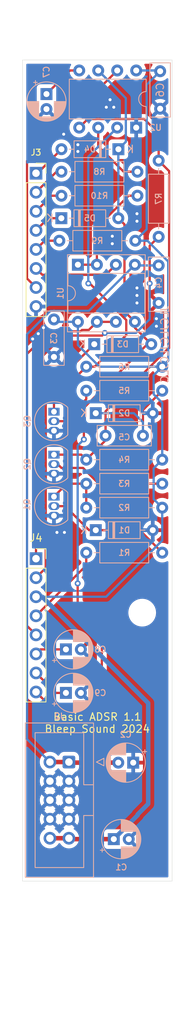
<source format=kicad_pcb>
(kicad_pcb (version 20221018) (generator pcbnew)
  (layers (0 "F.Cu" signal) (31 "B.Cu" signal) (34 "B.Paste" user) (35 "F.Paste" user) (36 "B.SilkS" user "B.Silkscreen") (37 "F.SilkS" user "F.Silkscreen") (38 "B.Mask" user) (39 "F.Mask" user) (44 "Edge.Cuts" user))
  (net 0 "")
  (net 1 "GND")
  (net 2 "+12V")
  (net 3 "-12V")
  (net 4 "Net-(Q2-C)")
  (net 5 "Net-(D2-K)")
  (net 6 "Net-(U2-CV)")
  (net 7 "Net-(D1-K)")
  (net 8 "Net-(Q1-C)")
  (net 9 "Net-(Q2-B)")
  (net 10 "Net-(Q3-C)")
  (net 11 "Net-(Q3-B)")
  (net 12 "Net-(U2-Q)")
  (net 13 "Net-(U1A--)")
  (net 14 "/A3")
  (net 15 "/A1")
  (net 16 "/SW3")
  (net 17 "/SW1")
  (net 18 "/R1")
  (net 19 "/D1")
  (net 20 "/01")
  (net 21 "/D3")
  (net 22 "/I1")
  (net 23 "/S3")
  (net 24 "/S2")
  (net 25 "/S1")
  (net 26 "/R3")
  (net 27 "/SW2")
  (footprint "Connector_PinSocket_2.54mm:PinSocket_1x08_P2.54mm_Vertical" (layer "F.Cu") (at 30.4 100.5)
    (fp_text reference "J4" (at 0 -2.77) (layer "F.SilkS"))
    (fp_text value "Conn_Circuit")
    (pad "1" thru_hole rect locked (at 0 0) (size 1.7 1.7) (drill 1) (layers "*.Cu" "*.Mask") (net 26 "/R3"))
    (pad "2" thru_hole oval locked (at 0 2.54) (size 1.7 1.7) (drill 1) (layers "*.Cu" "*.Mask") (net 18 "/R1"))
    (pad "3" thru_hole oval locked (at 0 5.08) (size 1.7 1.7) (drill 1) (layers "*.Cu" "*.Mask") (net 2 "+12V"))
    (pad "4" thru_hole oval locked (at 0 7.62) (size 1.7 1.7) (drill 1) (layers "*.Cu" "*.Mask") (net 22 "/I1"))
    (pad "5" thru_hole oval locked (at 0 10.16) (size 1.7 1.7) (drill 1) (layers "*.Cu" "*.Mask") (net 20 "/01"))
    (pad "6" thru_hole oval locked (at 0 12.7) (size 1.7 1.7) (drill 1) (layers "*.Cu" "*.Mask") (net 16 "/SW3"))
    (pad "7" thru_hole oval locked (at 0 15.24) (size 1.7 1.7) (drill 1) (layers "*.Cu" "*.Mask") (net 17 "/SW1"))
    (pad "8" thru_hole oval locked (at 0 17.78) (size 1.7 1.7) (drill 1) (layers "*.Cu" "*.Mask") (net 27 "/SW2"))
  )
  (footprint "MountingHole:MountingHole_3.2mm_M3" (layer "F.Cu") (at 44.6 107.7)
    (fp_text reference "H4" hide)
    (fp_text value "SpacerHoles")
    (pad "" np_thru_hole circle (at 0 0) (size 3.2 3.2) (drill 3.2) (layers "*.Cu" "*.Mask"))
  )
  (footprint "Connector_PinSocket_2.54mm:PinSocket_1x08_P2.54mm_Vertical" (layer "F.Cu") (at 30.4 49.1)
    (fp_text reference "J3" (at 0 -2.77) (layer "F.SilkS") (effects (font (size 0.8 0.8))))
    (fp_text value "Conn_Circuit")
    (pad "1" thru_hole rect locked (at 0 0) (size 1.7 1.7) (drill 1) (layers "*.Cu" "*.Mask") (net 15 "/A1"))
    (pad "2" thru_hole oval locked (at 0 2.54) (size 1.7 1.7) (drill 1) (layers "*.Cu" "*.Mask") (net 14 "/A3"))
    (pad "3" thru_hole oval locked (at 0 5.08) (size 1.7 1.7) (drill 1) (layers "*.Cu" "*.Mask") (net 21 "/D3"))
    (pad "4" thru_hole oval locked (at 0 7.62) (size 1.7 1.7) (drill 1) (layers "*.Cu" "*.Mask") (net 19 "/D1"))
    (pad "5" thru_hole oval locked (at 0 10.16) (size 1.7 1.7) (drill 1) (layers "*.Cu" "*.Mask") (net 23 "/S3"))
    (pad "6" thru_hole oval locked (at 0 12.7) (size 1.7 1.7) (drill 1) (layers "*.Cu" "*.Mask") (net 24 "/S2"))
    (pad "7" thru_hole oval locked (at 0 15.24) (size 1.7 1.7) (drill 1) (layers "*.Cu" "*.Mask") (net 25 "/S1"))
    (pad "8" thru_hole oval locked (at 0 17.78) (size 1.7 1.7) (drill 1) (layers "*.Cu" "*.Mask") (net 1 "GND"))
  )
  (footprint "Diode_THT:D_DO-35_SOD27_P7.62mm_Horizontal" (layer "B.Cu") (at 33.79 55.1)
    (fp_text reference "D5" (at 3.81 0) (layer "B.SilkS") (effects (font (size 0.8 0.8)) (justify mirror)))
    (fp_text value "1N4148")
    (fp_text user "K" (at -1.52 -0.01) (layer "B.SilkS") (effects (justify mirror)))
    (pad "1" thru_hole rect (at 0 0) (size 1.6 1.6) (drill 0.8) (layers "*.Cu" "*.Mask") (net 19 "/D1"))
    (pad "2" thru_hole oval (at 7.62 0) (size 1.6 1.6) (drill 0.8) (layers "*.Cu" "*.Mask") (net 27 "/SW2"))
  )
  (footprint "Resistor_THT:R_Axial_DIN0207_L6.3mm_D2.5mm_P10.16mm_Horizontal" (layer "B.Cu") (at 37.12 93.7)
    (fp_text reference "R2" (at 5.08 0) (layer "B.SilkS") (effects (font (size 0.8 0.8)) (justify mirror)))
    (fp_text value "4.7k")
    (pad "1" thru_hole circle (at 0 0) (size 1.6 1.6) (drill 0.8) (layers "*.Cu" "*.Mask") (net 8 "Net-(Q1-C)"))
    (pad "2" thru_hole oval (at 10.16 0) (size 1.6 1.6) (drill 0.8) (layers "*.Cu" "*.Mask") (net 2 "+12V"))
  )
  (footprint "Resistor_THT:R_Axial_DIN0207_L6.3mm_D2.5mm_P10.16mm_Horizontal" (layer "B.Cu") (at 47.28 99.7 180)
    (fp_text reference "R1" (at 5.08 0) (layer "B.SilkS") (effects (font (size 0.8 0.8)) (justify mirror)))
    (fp_text value "10k")
    (pad "1" thru_hole circle (at 0 0 180) (size 1.6 1.6) (drill 0.8) (layers "*.Cu" "*.Mask") (net 7 "Net-(D1-K)"))
    (pad "2" thru_hole oval (at 10.16 0 180) (size 1.6 1.6) (drill 0.8) (layers "*.Cu" "*.Mask") (net 22 "/I1"))
  )
  (footprint "Capacitor_THT:C_Disc_D7.0mm_W2.5mm_P5.00mm" (layer "B.Cu") (at 39.7 84.1)
    (fp_text reference "C5" (at 2.5 0.2) (layer "B.SilkS") (effects (font (size 0.8 0.8)) (justify mirror)))
    (fp_text value "10nF")
    (pad "1" thru_hole circle (at 0 0) (size 1.6 1.6) (drill 0.8) (layers "*.Cu" "*.Mask") (net 4 "Net-(Q2-C)"))
    (pad "2" thru_hole circle (at 5 0) (size 1.6 1.6) (drill 0.8) (layers "*.Cu" "*.Mask") (net 5 "Net-(D2-K)"))
  )
  (footprint "Package_TO_SOT_THT:TO-92_Inline" (layer "B.Cu") (at 32.8 92.23 -90)
    (fp_text reference "Q1" (at 1.07 3.6 90) (layer "B.SilkS") (effects (font (size 0.8 0.8)) (justify mirror)))
    (fp_text value "BC547")
    (pad "1" thru_hole rect (at 0 0 270) (size 1.05 1.5) (drill 0.75) (layers "*.Cu" "*.Mask") (net 8 "Net-(Q1-C)"))
    (pad "2" thru_hole oval (at 1.27 0 270) (size 1.05 1.5) (drill 0.75) (layers "*.Cu" "*.Mask") (net 7 "Net-(D1-K)"))
    (pad "3" thru_hole oval (at 2.54 0 270) (size 1.05 1.5) (drill 0.75) (layers "*.Cu" "*.Mask") (net 1 "GND"))
  )
  (footprint "Capacitor_THT:CP_Radial_D5.0mm_P2.00mm" (layer "B.Cu") (at 34.4 112.6)
    (fp_text reference "C8" (at 4.6 0) (layer "B.SilkS") (effects (font (size 0.8 0.8)) (justify mirror)))
    (fp_text value "1uF")
    (pad "1" thru_hole rect (at 0 0) (size 1.6 1.6) (drill 0.8) (layers "*.Cu" "*.Mask") (net 16 "/SW3"))
    (pad "2" thru_hole circle (at 2 0) (size 1.6 1.6) (drill 0.8) (layers "*.Cu" "*.Mask") (net 1 "GND"))
  )
  (footprint "Resistor_THT:R_Axial_DIN0207_L6.3mm_D2.5mm_P10.16mm_Horizontal" (layer "B.Cu") (at 37.12 78.1)
    (fp_text reference "R5" (at 5.08 0) (layer "B.SilkS") (effects (font (size 0.8 0.8)) (justify mirror)))
    (fp_text value "10k")
    (pad "1" thru_hole circle (at 0 0) (size 1.6 1.6) (drill 0.8) (layers "*.Cu" "*.Mask") (net 11 "Net-(Q3-B)"))
    (pad "2" thru_hole oval (at 10.16 0) (size 1.6 1.6) (drill 0.8) (layers "*.Cu" "*.Mask") (net 5 "Net-(D2-K)"))
  )
  (footprint "Capacitor_THT:CP_Radial_D5.0mm_P2.00mm" (layer "B.Cu") (at 34.4 118.4)
    (fp_text reference "C9" (at 4.6 0) (layer "B.SilkS") (effects (font (size 0.8 0.8)) (justify mirror)))
    (fp_text value "4.7uF")
    (pad "1" thru_hole rect (at 0 0) (size 1.6 1.6) (drill 0.8) (layers "*.Cu" "*.Mask") (net 17 "/SW1"))
    (pad "2" thru_hole circle (at 2 0) (size 1.6 1.6) (drill 0.8) (layers "*.Cu" "*.Mask") (net 1 "GND"))
  )
  (footprint "Capacitor_THT:C_Disc_D7.0mm_W2.5mm_P5.00mm" (layer "B.Cu") (at 32.8 68.6 -90)
    (fp_text reference "C3" (at 2.5 0 90) (layer "B.SilkS") (effects (font (size 0.8 0.8)) (justify mirror)))
    (fp_text value "100nF")
    (pad "1" thru_hole circle (at 0 0 270) (size 1.6 1.6) (drill 0.8) (layers "*.Cu" "*.Mask") (net 2 "+12V"))
    (pad "2" thru_hole circle (at 5 0 270) (size 1.6 1.6) (drill 0.8) (layers "*.Cu" "*.Mask") (net 1 "GND"))
  )
  (footprint "Resistor_THT:R_Axial_DIN0207_L6.3mm_D2.5mm_P10.16mm_Horizontal" (layer "B.Cu") (at 46.8 57.58 90)
    (fp_text reference "R7" (at 5.08 0 90) (layer "B.SilkS") (effects (font (size 0.8 0.8)) (justify mirror)))
    (fp_text value "100R")
    (pad "1" thru_hole circle (at 0 0 90) (size 1.6 1.6) (drill 0.8) (layers "*.Cu" "*.Mask") (net 26 "/R3"))
    (pad "2" thru_hole oval (at 10.16 0 90) (size 1.6 1.6) (drill 0.8) (layers "*.Cu" "*.Mask") (net 4 "Net-(Q2-C)"))
  )
  (footprint "Resistor_THT:R_Axial_DIN0207_L6.3mm_D2.5mm_P10.16mm_Horizontal" (layer "B.Cu") (at 37.12 87.3)
    (fp_text reference "R4" (at 5.08 0) (layer "B.SilkS") (effects (font (size 0.8 0.8)) (justify mirror)))
    (fp_text value "4.7k")
    (pad "1" thru_hole circle (at 0 0) (size 1.6 1.6) (drill 0.8) (layers "*.Cu" "*.Mask") (net 4 "Net-(Q2-C)"))
    (pad "2" thru_hole oval (at 10.16 0) (size 1.6 1.6) (drill 0.8) (layers "*.Cu" "*.Mask") (net 2 "+12V"))
  )
  (footprint "Package_TO_SOT_THT:TO-92_Inline" (layer "B.Cu") (at 32.8 80.9 -90)
    (fp_text reference "Q3" (at 1.27 3.56 90) (layer "B.SilkS") (effects (font (size 0.8 0.8)) (justify mirror)))
    (fp_text value "BC547")
    (pad "1" thru_hole rect (at 0 0 270) (size 1.05 1.5) (drill 0.75) (layers "*.Cu" "*.Mask") (net 10 "Net-(Q3-C)"))
    (pad "2" thru_hole oval (at 1.27 0 270) (size 1.05 1.5) (drill 0.75) (layers "*.Cu" "*.Mask") (net 11 "Net-(Q3-B)"))
    (pad "3" thru_hole oval (at 2.54 0 270) (size 1.05 1.5) (drill 0.75) (layers "*.Cu" "*.Mask") (net 1 "GND"))
  )
  (footprint "Resistor_THT:R_Axial_DIN0207_L6.3mm_D2.5mm_P10.16mm_Horizontal" (layer "B.Cu") (at 43.96 52.1 180)
    (fp_text reference "R10" (at 5.08 0) (layer "B.SilkS") (effects (font (size 0.8 0.8)) (justify mirror)))
    (fp_text value "100R")
    (pad "1" thru_hole circle (at 0 0 180) (size 1.6 1.6) (drill 0.8) (layers "*.Cu" "*.Mask") (net 13 "Net-(U1A--)"))
    (pad "2" thru_hole oval (at 10.16 0 180) (size 1.6 1.6) (drill 0.8) (layers "*.Cu" "*.Mask") (net 21 "/D3"))
  )
  (footprint "Diode_THT:D_DO-35_SOD27_P7.62mm_Horizontal" (layer "B.Cu") (at 38.39 81.1)
    (fp_text reference "D2" (at 3.81 0) (layer "B.SilkS") (effects (font (size 0.8 0.8)) (justify mirror)))
    (fp_text value "1N4148")
    (fp_text user "K" (at -1.59 0) (layer "B.SilkS") (effects (justify mirror)))
    (pad "1" thru_hole rect (at 0 0) (size 1.6 1.6) (drill 0.8) (layers "*.Cu" "*.Mask") (net 5 "Net-(D2-K)"))
    (pad "2" thru_hole oval (at 7.62 0) (size 1.6 1.6) (drill 0.8) (layers "*.Cu" "*.Mask") (net 1 "GND"))
  )
  (footprint "Resistor_THT:R_Axial_DIN0207_L6.3mm_D2.5mm_P10.16mm_Horizontal" (layer "B.Cu") (at 33.52 58.1)
    (fp_text reference "R9" (at 5.08 0) (layer "B.SilkS") (effects (font (size 0.8 0.8)) (justify mirror)))
    (fp_text value "4.7k")
    (pad "1" thru_hole circle (at 0 0) (size 1.6 1.6) (drill 0.8) (layers "*.Cu" "*.Mask") (net 23 "/S3"))
    (pad "2" thru_hole oval (at 10.16 0) (size 1.6 1.6) (drill 0.8) (layers "*.Cu" "*.Mask") (net 2 "+12V"))
  )
  (footprint "Connector_IDC:IDC-Header_2x05_P2.54mm_Vertical" (layer "B.Cu") (at 34.8 127.62 180)
    (fp_text reference "J2" (at 1.27 6.1) (layer "B.SilkS") (effects (font (size 0.8 0.8)) (justify mirror)))
    (fp_text value "Power Input")
    (pad "1" thru_hole roundrect (at 0 0 180) (size 1.7 1.7) (drill 1) (layers "*.Cu" "*.Mask") (roundrect_rratio 0.147059) (net 3 "-12V"))
    (pad "2" thru_hole circle (at 2.54 0 180) (size 1.7 1.7) (drill 1) (layers "*.Cu" "*.Mask") (net 3 "-12V"))
    (pad "3" thru_hole circle (at 0 -2.54 180) (size 1.7 1.7) (drill 1) (layers "*.Cu" "*.Mask") (net 1 "GND"))
    (pad "4" thru_hole circle (at 2.54 -2.54 180) (size 1.7 1.7) (drill 1) (layers "*.Cu" "*.Mask") (net 1 "GND"))
    (pad "5" thru_hole circle (at 0 -5.08 180) (size 1.7 1.7) (drill 1) (layers "*.Cu" "*.Mask") (net 1 "GND"))
    (pad "6" thru_hole circle (at 2.54 -5.08 180) (size 1.7 1.7) (drill 1) (layers "*.Cu" "*.Mask") (net 1 "GND"))
    (pad "7" thru_hole circle (at 0 -7.62 180) (size 1.7 1.7) (drill 1) (layers "*.Cu" "*.Mask") (net 1 "GND"))
    (pad "8" thru_hole circle (at 2.54 -7.62 180) (size 1.7 1.7) (drill 1) (layers "*.Cu" "*.Mask") (net 1 "GND"))
    (pad "9" thru_hole circle (at 0 -10.16 180) (size 1.7 1.7) (drill 1) (layers "*.Cu" "*.Mask") (net 2 "+12V"))
    (pad "10" thru_hole circle (at 2.54 -10.16 180) (size 1.7 1.7) (drill 1) (layers "*.Cu" "*.Mask") (net 2 "+12V"))
  )
  (footprint "Resistor_THT:R_Axial_DIN0207_L6.3mm_D2.5mm_P10.16mm_Horizontal" (layer "B.Cu") (at 47.28 90.5 180)
    (fp_text reference "R3" (at 5.08 0) (layer "B.SilkS") (effects (font (size 0.8 0.8)) (justify mirror)))
    (fp_text value "22k")
    (pad "1" thru_hole circle (at 0 0 180) (size 1.6 1.6) (drill 0.8) (layers "*.Cu" "*.Mask") (net 9 "Net-(Q2-B)"))
    (pad "2" thru_hole oval (at 10.16 0 180) (size 1.6 1.6) (drill 0.8) (layers "*.Cu" "*.Mask") (net 8 "Net-(Q1-C)"))
  )
  (footprint "Diode_THT:D_DO-35_SOD27_P7.62mm_Horizontal" (layer "B.Cu") (at 38.39 96.7)
    (fp_text reference "D1" (at 3.81 0) (layer "B.SilkS") (effects (font (size 0.8 0.8)) (justify mirror)))
    (fp_text value "1N4148")
    (fp_text user "K" (at -1.59 0) (layer "B.SilkS") (effects (justify mirror)))
    (pad "1" thru_hole rect (at 0 0) (size 1.6 1.6) (drill 0.8) (layers "*.Cu" "*.Mask") (net 7 "Net-(D1-K)"))
    (pad "2" thru_hole oval (at 7.62 0) (size 1.6 1.6) (drill 0.8) (layers "*.Cu" "*.Mask") (net 1 "GND"))
  )
  (footprint "Package_DIP:DIP-8_W7.62mm" (layer "B.Cu") (at 43.8 43.02 90)
    (fp_text reference "U2" (at 0 2.6) (layer "B.SilkS") (effects (font (size 0.8 0.8)) (justify mirror)))
    (fp_text value "LM555xN")
    (pad "1" thru_hole rect (at 0 0 90) (size 1.6 1.6) (drill 0.8) (layers "*.Cu" "*.Mask") (net 1 "GND"))
    (pad "2" thru_hole oval (at 0 -2.54 90) (size 1.6 1.6) (drill 0.8) (layers "*.Cu" "*.Mask") (net 10 "Net-(Q3-C)"))
    (pad "3" thru_hole oval (at 0 -5.08 90) (size 1.6 1.6) (drill 0.8) (layers "*.Cu" "*.Mask") (net 12 "Net-(U2-Q)"))
    (pad "4" thru_hole oval (at 0 -7.62 90) (size 1.6 1.6) (drill 0.8) (layers "*.Cu" "*.Mask") (net 4 "Net-(Q2-C)"))
    (pad "5" thru_hole oval (at 7.62 -7.62 90) (size 1.6 1.6) (drill 0.8) (layers "*.Cu" "*.Mask") (net 6 "Net-(U2-CV)"))
    (pad "6" thru_hole oval (at 7.62 -5.08 90) (size 1.6 1.6) (drill 0.8) (layers "*.Cu" "*.Mask") (net 27 "/SW2"))
    (pad "7" thru_hole oval (at 7.62 -2.54 90) (size 1.6 1.6) (drill 0.8) (layers "*.Cu" "*.Mask") (net 25 "/S1"))
    (pad "8" thru_hole oval (at 7.62 0 90) (size 1.6 1.6) (drill 0.8) (layers "*.Cu" "*.Mask") (net 2 "+12V"))
  )
  (footprint "Diode_THT:D_DO-35_SOD27_P7.62mm_Horizontal" (layer "B.Cu") (at 41.42 45.9 180)
    (fp_text reference "D4" (at 3.81 0) (layer "B.SilkS") (effects (font (size 0.8 0.8)) (justify mirror)))
    (fp_text value "1N4148")
    (fp_text user "K" (at -1.59 0) (layer "B.SilkS") (effects (justify mirror)))
    (pad "1" thru_hole rect (at 0 0 180) (size 1.6 1.6) (drill 0.8) (layers "*.Cu" "*.Mask") (net 27 "/SW2"))
    (pad "2" thru_hole oval (at 7.62 0 180) (size 1.6 1.6) (drill 0.8) (layers "*.Cu" "*.Mask") (net 15 "/A1"))
  )
  (footprint "Resistor_THT:R_Axial_DIN0207_L6.3mm_D2.5mm_P10.16mm_Horizontal" (layer "B.Cu") (at 33.8 48.9)
    (fp_text reference "R8" (at 5.08 0) (layer "B.SilkS") (effects (font (size 0.8 0.8)) (justify mirror)))
    (fp_text value "100R")
    (pad "1" thru_hole circle (at 0 0) (size 1.6 1.6) (drill 0.8) (layers "*.Cu" "*.Mask") (net 14 "/A3"))
    (pad "2" thru_hole oval (at 10.16 0) (size 1.6 1.6) (drill 0.8) (layers "*.Cu" "*.Mask") (net 12 "Net-(U2-Q)"))
  )
  (footprint "Package_TO_SOT_THT:TO-92_Inline" (layer "B.Cu") (at 32.8 86.63 -90)
    (fp_text reference "Q2" (at 1.27 3.56 90) (layer "B.SilkS") (effects (font (size 0.8 0.8)) (justify mirror)))
    (fp_text value "BC547")
    (pad "1" thru_hole rect (at 0 0 270) (size 1.05 1.5) (drill 0.75) (layers "*.Cu" "*.Mask") (net 4 "Net-(Q2-C)"))
    (pad "2" thru_hole oval (at 1.27 0 270) (size 1.05 1.5) (drill 0.75) (layers "*.Cu" "*.Mask") (net 9 "Net-(Q2-B)"))
    (pad "3" thru_hole oval (at 2.54 0 270) (size 1.05 1.5) (drill 0.75) (layers "*.Cu" "*.Mask") (net 1 "GND"))
  )
  (footprint "Capacitor_THT:C_Disc_D7.0mm_W2.5mm_P5.00mm" (layer "B.Cu") (at 47 35.5 -90)
    (fp_text reference "C6" (at 2.5 0 90) (layer "B.SilkS") (effects (justify mirror)))
    (fp_text value "100nF")
    (pad "1" thru_hole circle (at 0 0 270) (size 1.6 1.6) (drill 0.8) (layers "*.Cu" "*.Mask") (net 2 "+12V"))
    (pad "2" thru_hole circle (at 5 0 270) (size 1.6 1.6) (drill 0.8) (layers "*.Cu" "*.Mask") (net 1 "GND"))
  )
  (footprint "Resistor_THT:R_Axial_DIN0207_L6.3mm_D2.5mm_P10.16mm_Horizontal" (layer "B.Cu") (at 37.12 74.9)
    (fp_text reference "R6" (at 5.08 0) (layer "B.SilkS") (effects (font (size 0.8 0.8)) (justify mirror)))
    (fp_text value "4.7k")
    (pad "1" thru_hole circle (at 0 0) (size 1.6 1.6) (drill 0.8) (layers "*.Cu" "*.Mask") (net 10 "Net-(Q3-C)"))
    (pad "2" thru_hole oval (at 10.16 0) (size 1.6 1.6) (drill 0.8) (layers "*.Cu" "*.Mask") (net 2 "+12V"))
  )
  (footprint "Capacitor_THT:CP_Radial_D5.0mm_P2.00mm" (layer "B.Cu") (at 31.8 38.544888 -90)
    (fp_text reference "C7" (at -2.944888 0 90) (layer "B.SilkS") (effects (font (size 0.8 0.8)) (justify mirror)))
    (fp_text value "10uF")
    (pad "1" thru_hole rect (at 0 0 270) (size 1.6 1.6) (drill 0.8) (layers "*.Cu" "*.Mask") (net 6 "Net-(U2-CV)"))
    (pad "2" thru_hole circle (at 2 0 270) (size 1.6 1.6) (drill 0.8) (layers "*.Cu" "*.Mask") (net 1 "GND"))
  )
  (footprint "Diode_THT:D_DO-35_SOD27_P7.62mm_Horizontal" (layer "B.Cu") (at 38.19 71.9)
    (fp_text reference "D3" (at 3.81 0) (layer "B.SilkS") (effects (font (size 0.8 0.8)) (justify mirror)))
    (fp_text value "1N4148")
    (fp_text user "K" (at -1.59 0) (layer "B.SilkS") (effects (justify mirror)))
    (pad "1" thru_hole rect (at 0 0) (size 1.6 1.6) (drill 0.8) (layers "*.Cu" "*.Mask") (net 18 "/R1"))
    (pad "2" thru_hole oval (at 7.62 0) (size 1.6 1.6) (drill 0.8) (layers "*.Cu" "*.Mask") (net 27 "/SW2"))
  )
  (footprint "Capacitor_THT:CP_Radial_D5.0mm_P2.00mm" (layer "B.Cu") (at 40.8 137.9)
    (fp_text reference "C1" (at 1 3.75) (layer "B.SilkS") (effects (font (size 0.8 0.8)) (justify mirror)))
    (fp_text value "10uF")
    (pad "1" thru_hole rect (at 0 0) (size 1.6 1.6) (drill 0.8) (layers "*.Cu" "*.Mask") (net 2 "+12V"))
    (pad "2" thru_hole circle (at 2 0) (size 1.6 1.6) (drill 0.8) (layers "*.Cu" "*.Mask") (net 1 "GND"))
  )
  (footprint "Capacitor_THT:C_Disc_D7.0mm_W2.5mm_P5.00mm" (layer "B.Cu") (at 46.8 66.4 90)
    (fp_text reference "C4" (at 2.7 0 90) (layer "B.SilkS") (effects (font (size 0.8 0.8)) (justify mirror)))
    (fp_text value "100nF")
    (pad "1" thru_hole circle (at 0 0 90) (size 1.6 1.6) (drill 0.8) (layers "*.Cu" "*.Mask") (net 1 "GND"))
    (pad "2" thru_hole circle (at 5 0 90) (size 1.6 1.6) (drill 0.8) (layers "*.Cu" "*.Mask") (net 3 "-12V"))
  )
  (footprint "Capacitor_THT:CP_Radial_D5.0mm_P2.00mm" (layer "B.Cu") (at 43.4 127.7 180)
    (fp_text reference "C2" (at 1 3.75) (layer "B.SilkS") (effects (font (size 0.8 0.8)) (justify mirror)))
    (fp_text value "10uF")
    (pad "1" thru_hole rect (at 0 0 180) (size 1.6 1.6) (drill 0.8) (layers "*.Cu" "*.Mask") (net 1 "GND"))
    (pad "2" thru_hole circle (at 2 0 180) (size 1.6 1.6) (drill 0.8) (layers "*.Cu" "*.Mask") (net 3 "-12V"))
  )
  (footprint "Package_DIP:DIP-8_W7.62mm_Socket" (layer "B.Cu") (at 36 61.3 -90)
    (fp_text reference "U1" (at 3.81 2.33 90) (layer "B.SilkS") (effects (font (size 0.8 0.8)) (justify mirror)))
    (fp_text value "TL072")
    (pad "1" thru_hole rect (at 0 0 270) (size 1.6 1.6) (drill 0.8) (layers "*.Cu" "*.Mask") (net 13 "Net-(U1A--)"))
    (pad "2" thru_hole oval (at 0 -2.54 270) (size 1.6 1.6) (drill 0.8) (layers "*.Cu" "*.Mask") (net 13 "Net-(U1A--)"))
    (pad "3" thru_hole oval (at 0 -5.08 270) (size 1.6 1.6) (drill 0.8) (layers "*.Cu" "*.Mask") (net 24 "/S2"))
    (pad "4" thru_hole oval (at 0 -7.62 270) (size 1.6 1.6) (drill 0.8) (layers "*.Cu" "*.Mask") (net 3 "-12V"))
    (pad "5" thru_hole oval (at 7.62 -7.62 270) (size 1.6 1.6) (drill 0.8) (layers "*.Cu" "*.Mask") (net 27 "/SW2"))
    (pad "6" thru_hole oval (at 7.62 -5.08 270) (size 1.6 1.6) (drill 0.8) (layers "*.Cu" "*.Mask") (net 20 "/01"))
    (pad "7" thru_hole oval (at 7.62 -2.54 270) (size 1.6 1.6) (drill 0.8) (layers "*.Cu" "*.Mask") (net 20 "/01"))
    (pad "8" thru_hole oval (at 7.62 0 270) (size 1.6 1.6) (drill 0.8) (layers "*.Cu" "*.Mask") (net 2 "+12V"))
  )
  (gr_line (start 28.6 34) (end 48.6 34) (stroke (width 0.05)) (layer "Edge.Cuts"))
  (gr_line (start 48.6 34) (end 48.6 143.5) (stroke (width 0.05)) (layer "Edge.Cuts"))
  (gr_line (start 28.6 34) (end 28.6 143.5) (stroke (width 0.05)) (layer "Edge.Cuts"))
  (gr_line (start 28.6 143.5) (end 48.6 143.5) (stroke (width 0.05)) (layer "Edge.Cuts"))
  (gr_text "JLCJLCJLCJLC\n" (at 47.6 71.9 90) (layer "B.SilkS") (effects (font (size 1 1)) (justify mirror)))
  (gr_text "Basic ADSR 1.1\nBleep Sound 2024" (at 38.6 122.4) (layer "F.SilkS") (effects (font (size 1 1))))
  (segment (start 43.9 64.4) (end 44.9 63.4) (width 0.25) (layer "F.Cu") (net 1))
  (segment (start 44.9 56.5) (end 43.9 55.5) (width 0.25) (layer "F.Cu") (net 1))
  (segment (start 44.9 63.4) (end 44.9 56.5) (width 0.25) (layer "F.Cu") (net 1))
  (via (at 29.9495 71.2) (size 0.8) (drill 0.4) (layers "F.Cu" "B.Cu") (net 1))
  (via (at 36 45.3) (size 0.8) (drill 0.4) (layers "F.Cu" "B.Cu") (net 1))
  (via (at 43.9 64.4) (size 0.8) (drill 0.4) (layers "F.Cu" "B.Cu") (net 1))
  (via (at 46.5 68.5) (size 0.8) (drill 0.4) (layers "F.Cu" "B.Cu") (net 1))
  (via (at 40.8 40.3) (size 0.8) (drill 0.4) (layers "F.Cu" "B.Cu") (net 1))
  (via (at 30.7 70.5) (size 0.8) (drill 0.4) (layers "F.Cu" "B.Cu") (net 1))
  (via (at 43.9 55.5) (size 0.8) (drill 0.4) (layers "F.Cu" "B.Cu") (net 1))
  (via (at 33.2 97) (size 0.8) (drill 0.4) (layers "F.Cu" "B.Cu") (net 1))
  (via (at 31.4 69.7) (size 0.8) (drill 0.4) (layers "F.Cu" "B.Cu") (net 1))
  (via (at 40.6 57.5) (size 0.8) (drill 0.4) (layers "F.Cu" "B.Cu") (net 1))
  (via (at 43.9 66.4) (size 0.8) (drill 0.4) (layers "F.Cu" "B.Cu") (net 1))
  (via (at 34.1 43.9) (size 0.8) (drill 0.4) (layers "F.Cu" "B.Cu") (net 1))
  (via (at 34.2 97) (size 0.8) (drill 0.4) (layers "F.Cu" "B.Cu") (net 1))
  (via (at 43.9 65.4) (size 0.8) (drill 0.4) (layers "F.Cu" "B.Cu") (net 1))
  (via (at 46.5 69.5) (size 0.8) (drill 0.4) (layers "F.Cu" "B.Cu") (net 1))
  (via (at 39.8 40.3) (size 0.8) (drill 0.4) (layers "F.Cu" "B.Cu") (net 1))
  (via (at 40.6 58.5) (size 0.8) (drill 0.4) (layers "F.Cu" "B.Cu") (net 1))
  (via (at 36 46.2) (size 0.8) (drill 0.4) (layers "F.Cu" "B.Cu") (net 1))
  (via (at 40.3 39.3) (size 0.8) (drill 0.4) (layers "F.Cu" "B.Cu") (net 1))
  (via (at 43.9 54.5) (size 0.8) (drill 0.4) (layers "F.Cu" "B.Cu") (net 1))
  (segment (start 40.8 137.9) (end 34.92 137.9) (width 0.6) (layer "F.Cu") (net 2))
  (segment (start 34.92 137.9) (end 34.8 137.78) (width 0.6) (layer "F.Cu") (net 2))
  (segment (start 34.8 137.78) (end 32.26 137.78) (width 0.6) (layer "F.Cu") (net 2))
  (segment (start 47.28 93.7) (end 47.28 98.073654) (width 0.3) (layer "B.Cu") (net 2))
  (segment (start 47.28 87.3) (end 46.13 88.45) (width 0.3) (layer "B.Cu") (net 2))
  (segment (start 43.8 35.4) (end 46.9 35.4) (width 0.3) (layer "B.Cu") (net 2))
  (segment (start 48.079999 74.100001) (end 48.079999 60.879999) (width 0.3) (layer "B.Cu") (net 2))
  (segment (start 48.079999 60.879999) (end 45.3 58.1) (width 0.3) (layer "B.Cu") (net 2))
  (segment (start 36 68.92) (end 33.12 68.92) (width 0.3) (layer "B.Cu") (net 2))
  (segment (start 39.773654 105.58) (end 30.4 105.58) (width 0.3) (layer "B.Cu") (net 2))
  (segment (start 45.4 119.761522) (end 31.218478 105.58) (width 0.6) (layer "B.Cu") (net 2))
  (segment (start 46.9 35.4) (end 47 35.5) (width 0.3) (layer "B.Cu") (net 2))
  (segment (start 40.8 137.9) (end 44 134.7) (width 0.6) (layer "B.Cu") (net 2))
  (segment (start 46.13 88.45) (end 46.13 92.55) (width 0.3) (layer "B.Cu") (net 2))
  (segment (start 31.218478 105.58) (end 30.4 105.58) (width 0.6) (layer "B.Cu") (net 2))
  (segment (start 45.4 133.2) (end 45.4 119.761522) (width 0.6) (layer "B.Cu") (net 2))
  (segment (start 46.13 92.55) (end 47.28 93.7) (width 0.3) (layer "B.Cu") (net 2))
  (segment (start 45.2 37.3) (end 47 35.5) (width 0.3) (layer "B.Cu") (net 2))
  (segment (start 36 72.01) (end 36 68.92) (width 0.3) (layer "B.Cu") (net 2))
  (segment (start 45.2 56.58) (end 45.2 37.3) (width 0.3) (layer "B.Cu") (net 2))
  (segment (start 47.28 98.073654) (end 39.773654 105.58) (width 0.3) (layer "B.Cu") (net 2))
  (segment (start 47.28 74.9) (end 38.89 74.9) (width 0.3) (layer "B.Cu") (net 2))
  (segment (start 44 134.6) (end 45.4 133.2) (width 0.6) (layer "B.Cu") (net 2))
  (segment (start 47.28 74.9) (end 48.079999 74.100001) (width 0.3) (layer "B.Cu") (net 2))
  (segment (start 47.28 79.726346) (end 46.13 78.576346) (width 0.3) (layer "B.Cu") (net 2))
  (segment (start 45.3 58.1) (end 43.68 58.1) (width 0.3) (layer "B.Cu") (net 2))
  (segment (start 44 134.7) (end 44 134.6) (width 0.6) (layer "B.Cu") (net 2))
  (segment (start 47.28 87.3) (end 47.28 79.726346) (width 0.3) (layer "B.Cu") (net 2))
  (segment (start 38.89 74.9) (end 36 72.01) (width 0.3) (layer "B.Cu") (net 2))
  (segment (start 46.13 76.05) (end 47.28 74.9) (width 0.3) (layer "B.Cu") (net 2))
  (segment (start 46.13 78.576346) (end 46.13 76.05) (width 0.3) (layer "B.Cu") (net 2))
  (segment (start 33.12 68.92) (end 32.8 68.6) (width 0.3) (layer "B.Cu") (net 2))
  (segment (start 43.68 58.1) (end 45.2 56.58) (width 0.3) (layer "B.Cu") (net 2))
  (segment (start 41.4 127.7) (end 34.88 127.7) (width 0.6) (layer "F.Cu") (net 3))
  (segment (start 34.8 127.62) (end 32.26 127.62) (width 0.6) (layer "F.Cu") (net 3))
  (segment (start 34.88 127.7) (end 34.8 127.62) (width 0.6) (layer "F.Cu") (net 3))
  (segment (start 43.72 61.4) (end 43.62 61.3) (width 0.3) (layer "B.Cu") (net 3))
  (segment (start 32.323654 67.45) (end 29.2 70.573654) (width 0.3) (layer "B.Cu") (net 3))
  (segment (start 29.2 124.56) (end 32.26 127.62) (width 0.3) (layer "B.Cu") (net 3))
  (segment (start 29.2 70.573654) (end 29.2 124.56) (width 0.3) (layer "B.Cu") (net 3))
  (segment (start 37.47 67.45) (end 32.323654 67.45) (width 0.3) (layer "B.Cu") (net 3))
  (segment (start 43.62 61.3) (end 37.47 67.45) (width 0.3) (layer "B.Cu") (net 3))
  (segment (start 46.8 61.4) (end 43.72 61.4) (width 0.3) (layer "B.Cu") (net 3))
  (segment (start 48.2 72.424365) (end 48.2 48.82) (width 0.3) (layer "F.Cu") (net 4))
  (segment (start 48.129289 72.424365) (end 48.2 72.424365) (width 0.3) (layer "F.Cu") (net 4))
  (segment (start 39.7 84.1) (end 39.7 80.853654) (width 0.3) (layer "F.Cu") (net 4))
  (segment (start 32.8 86.63) (end 36.45 86.63) (width 0.3) (layer "F.Cu") (net 4))
  (segment (start 46.8 43.8) (end 46.8 47.42) (width 0.3) (layer "F.Cu") (net 4))
  (segment (start 39.7 80.853654) (end 48.129289 72.424365) (width 0.3) (layer "F.Cu") (net 4))
  (segment (start 39.7 84.72) (end 39.7 84.1) (width 0.3) (layer "F.Cu") (net 4))
  (segment (start 37.33 41.87) (end 44.87 41.87) (width 0.3) (layer "F.Cu") (net 4))
  (segment (start 48.2 48.82) (end 46.8 47.42) (width 0.3) (layer "F.Cu") (net 4))
  (segment (start 37.12 87.3) (end 39.7 84.72) (width 0.3) (layer "F.Cu") (net 4))
  (segment (start 36.18 43.02) (end 37.33 41.87) (width 0.3) (layer "F.Cu") (net 4))
  (segment (start 36.45 86.63) (end 37.12 87.3) (width 0.3) (layer "F.Cu") (net 4))
  (segment (start 44.87 41.87) (end 46.8 43.8) (width 0.3) (layer "F.Cu") (net 4))
  (segment (start 44.7 84.1) (end 44.7 80.68) (width 0.3) (layer "F.Cu") (net 5))
  (segment (start 44.7 80.68) (end 47.28 78.1) (width 0.3) (layer "F.Cu") (net 5))
  (segment (start 44.7 82.3) (end 43.5 81.1) (width 0.3) (layer "B.Cu") (net 5))
  (segment (start 44.7 84.1) (end 44.7 82.3) (width 0.3) (layer "B.Cu") (net 5))
  (segment (start 43.5 81.1) (end 38.39 81.1) (width 0.3) (layer "B.Cu") (net 5))
  (segment (start 36.18 35.4) (end 34.944888 35.4) (width 0.3) (layer "F.Cu") (net 6))
  (segment (start 34.944888 35.4) (end 31.8 38.544888) (width 0.3) (layer "F.Cu") (net 6))
  (segment (start 34.295 93.5) (end 37.495 96.7) (width 0.3) (layer "F.Cu") (net 7))
  (segment (start 37.495 96.7) (end 38.39 96.7) (width 0.3) (layer "F.Cu") (net 7))
  (segment (start 44.28 96.7) (end 47.28 99.7) (width 0.3) (layer "F.Cu") (net 7))
  (segment (start 38.39 96.7) (end 44.28 96.7) (width 0.3) (layer "F.Cu") (net 7))
  (segment (start 32.8 93.5) (end 34.295 93.5) (width 0.3) (layer "F.Cu") (net 7))
  (segment (start 37.12 90.5) (end 34.53 90.5) (width 0.3) (layer "F.Cu") (net 8))
  (segment (start 37.12 93.7) (end 37.12 90.5) (width 0.3) (layer "F.Cu") (net 8))
  (segment (start 34.53 90.5) (end 32.8 92.23) (width 0.3) (layer "F.Cu") (net 8))
  (segment (start 33.3 87.9) (end 32.8 87.9) (width 0.3) (layer "F.Cu") (net 9))
  (segment (start 33.8 88.4) (end 33.3 87.9) (width 0.3) (layer "F.Cu") (net 9))
  (segment (start 38.787106 90.5) (end 36.687106 88.4) (width 0.3) (layer "F.Cu") (net 9))
  (segment (start 36.687106 88.4) (end 33.8 88.4) (width 0.3) (layer "F.Cu") (net 9))
  (segment (start 47.28 90.5) (end 38.787106 90.5) (width 0.3) (layer "F.Cu") (net 9))
  (segment (start 42.47 68.683654) (end 37.586346 63.8) (width 0.3) (layer "F.Cu") (net 10))
  (segment (start 42.47 70.68137) (end 42.47 68.683654) (width 0.3) (layer "F.Cu") (net 10))
  (segment (start 37.12 74.9) (end 32.8 79.22) (width 0.3) (layer "F.Cu") (net 10))
  (segment (start 37.586346 63.8) (end 37.4 63.8) (width 0.3) (layer "F.Cu") (net 10))
  (segment (start 37.12 74.9) (end 38.25137 74.9) (width 0.3) (layer "F.Cu") (net 10))
  (segment (start 32.8 79.22) (end 32.8 80.9) (width 0.3) (layer "F.Cu") (net 10))
  (segment (start 38.25137 74.9) (end 42.47 70.68137) (width 0.3) (layer "F.Cu") (net 10))
  (via (at 37.4 63.8) (size 0.8) (drill 0.4) (layers "F.Cu" "B.Cu") (net 10))
  (segment (start 37.4 63.8) (end 37.39 63.79) (width 0.3) (layer "B.Cu") (net 10))
  (segment (start 37.39 46.89) (end 41.26 43.02) (width 0.3) (layer "B.Cu") (net 10))
  (segment (start 37.39 63.79) (end 37.39 46.89) (width 0.3) (layer "B.Cu") (net 10))
  (segment (start 34.18137 82.17) (end 32.8 82.17) (width 0.3) (layer "F.Cu") (net 11))
  (segment (start 37.12 78.1) (end 37.12 79.23137) (width 0.3) (layer "F.Cu") (net 11))
  (segment (start 37.12 79.23137) (end 34.18137 82.17) (width 0.3) (layer "F.Cu") (net 11))
  (segment (start 38.72 45.5) (end 42.12 48.9) (width 0.3) (layer "F.Cu") (net 12))
  (segment (start 38.72 43.02) (end 38.72 45.5) (width 0.3) (layer "F.Cu") (net 12))
  (segment (start 42.12 48.9) (end 43.96 48.9) (width 0.3) (layer "F.Cu") (net 12))
  (segment (start 38.54 56.343654) (end 38.54 61.3) (width 0.3) (layer "F.Cu") (net 13))
  (segment (start 42.783654 52.1) (end 38.54 56.343654) (width 0.3) (layer "F.Cu") (net 13))
  (segment (start 36 61.3) (end 38.54 61.3) (width 0.3) (layer "F.Cu") (net 13))
  (segment (start 43.96 52.1) (end 42.783654 52.1) (width 0.3) (layer "F.Cu") (net 13))
  (segment (start 30.4 51.64) (end 33.14 48.9) (width 0.3) (layer "F.Cu") (net 14))
  (segment (start 33.14 48.9) (end 33.8 48.9) (width 0.3) (layer "F.Cu") (net 14))
  (segment (start 30.6 49.1) (end 33.8 45.9) (width 0.3) (layer "F.Cu") (net 15))
  (segment (start 30.4 49.1) (end 30.6 49.1) (width 0.3) (layer "F.Cu") (net 15))
  (segment (start 31 112.6) (end 30.4 113.2) (width 0.3) (layer "F.Cu") (net 16))
  (segment (start 34.4 112.6) (end 31 112.6) (width 0.3) (layer "F.Cu") (net 16))
  (segment (start 33.06 118.4) (end 30.4 115.74) (width 0.3) (layer "F.Cu") (net 17))
  (segment (start 34.4 118.4) (end 33.06 118.4) (width 0.3) (layer "F.Cu") (net 17))
  (segment (start 31.7 101.74) (end 30.4 103.04) (width 0.3) (layer "F.Cu") (net 18))
  (segment (start 38.19 71.9) (end 31.7 78.39) (width 0.3) (layer "F.Cu") (net 18))
  (segment (start 31.7 78.39) (end 31.7 101.74) (width 0.3) (layer "F.Cu") (net 18))
  (segment (start 33.79 55.1) (end 32.02 55.1) (width 0.3) (layer "F.Cu") (net 19))
  (segment (start 32.02 55.1) (end 30.4 56.72) (width 0.3) (layer "F.Cu") (net 19))
  (segment (start 29.2 73.2) (end 29.2 109.46) (width 0.3) (layer "F.Cu") (net 20))
  (segment (start 38.54 68.92) (end 37.46 70) (width 0.3) (layer "F.Cu") (net 20))
  (segment (start 32.2 70.2) (end 29.2 73.2) (width 0.3) (layer "F.Cu") (net 20))
  (segment (start 36.546346 70) (end 36.346346 70.2) (width 0.3) (layer "F.Cu") (net 20))
  (segment (start 41.08 68.92) (end 38.54 68.92) (width 0.3) (layer "F.Cu") (net 20))
  (segment (start 36.346346 70.2) (end 32.2 70.2) (width 0.3) (layer "F.Cu") (net 20))
  (segment (start 29.2 109.46) (end 30.4 110.66) (width 0.3) (layer "F.Cu") (net 20))
  (segment (start 37.46 70) (end 36.546346 70) (width 0.3) (layer "F.Cu") (net 20))
  (segment (start 32.48 52.1) (end 30.4 54.18) (width 0.3) (layer "F.Cu") (net 21))
  (segment (start 33.8 52.1) (end 32.48 52.1) (width 0.3) (layer "F.Cu") (net 21))
  (segment (start 30.4 108.12) (end 37.12 101.4) (width 0.3) (layer "F.Cu") (net 22))
  (segment (start 37.12 101.4) (end 37.12 99.7) (width 0.3) (layer "F.Cu") (net 22))
  (segment (start 33.52 58.1) (end 31.56 58.1) (width 0.3) (layer "F.Cu") (net 23))
  (segment (start 31.56 58.1) (end 30.4 59.26) (width 0.3) (layer "F.Cu") (net 23))
  (segment (start 39.73 62.65) (end 31.25 62.65) (width 0.3) (layer "F.Cu") (net 24))
  (segment (start 31.25 62.65) (end 30.4 61.8) (width 0.3) (layer "F.Cu") (net 24))
  (segment (start 41.08 61.3) (end 39.73 62.65) (width 0.3) (layer "F.Cu") (net 24))
  (segment (start 29.2 63.14) (end 30.4 64.34) (width 0.3) (layer "F.Cu") (net 25))
  (segment (start 41.26 35.4) (end 29.2 47.46) (width 0.3) (layer "F.Cu") (net 25))
  (segment (start 29.2 47.46) (end 29.2 63.14) (width 0.3) (layer "F.Cu") (net 25))
  (segment (start 30.4 74.373654) (end 34.023654 70.75) (width 0.3) (layer "F.Cu") (net 26))
  (segment (start 45.6 63.8) (end 45.6 58.78) (width 0.3) (layer "F.Cu") (net 26))
  (segment (start 39.25 70.75) (end 39.6 70.4) (width 0.3) (layer "F.Cu") (net 26))
  (segment (start 34.023654 70.75) (end 39.25 70.75) (width 0.3) (layer "F.Cu") (net 26))
  (segment (start 30.4 100.5) (end 30.4 78.982894) (width 0.3) (layer "F.Cu") (net 26))
  (segment (start 45.6 58.78) (end 46.8 57.58) (width 0.3) (layer "F.Cu") (net 26))
  (segment (start 30.4 78.982894) (end 30.4 75.6) (width 0.3) (layer "F.Cu") (net 26))
  (segment (start 30.4 75.6) (end 30.4 74.373654) (width 0.3) (layer "F.Cu") (net 26))
  (via (at 45.6 63.8) (size 0.8) (drill 0.4) (layers "F.Cu" "B.Cu") (net 26))
  (via (at 39.6 70.4) (size 0.8) (drill 0.4) (layers "F.Cu" "B.Cu") (net 26))
  (segment (start 43.766346 70.4) (end 45.6 68.566346) (width 0.3) (layer "B.Cu") (net 26))
  (segment (start 45.6 68.566346) (end 45.6 63.8) (width 0.3) (layer "B.Cu") (net 26))
  (segment (start 39.6 70.4) (end 43.766346 70.4) (width 0.3) (layer "B.Cu") (net 26))
  (segment (start 42.23 55.92) (end 41.41 55.1) (width 0.3) (layer "F.Cu") (net 27))
  (segment (start 36.8 80.39) (end 36.8 84.6) (width 0.3) (layer "F.Cu") (net 27))
  (segment (start 39.2 118.4) (end 37.4 120.2) (width 0.3) (layer "F.Cu") (net 27))
  (segment (start 35.97 103.8) (end 35.97 106.37) (width 0.3) (layer "F.Cu") (net 27))
  (segment (start 45.29 71.9) (end 36.8 80.39) (width 0.3) (layer "F.Cu") (net 27))
  (segment (start 35.97 106.37) (end 39.2 109.6) (width 0.3) (layer "F.Cu") (net 27))
  (segment (start 43.62 68.92) (end 42.23 67.53) (width 0.3) (layer "F.Cu") (net 27))
  (segment (start 45.81 71.9) (end 45.29 71.9) (width 0.3) (layer "F.Cu") (net 27))
  (segment (start 39.2 109.6) (end 39.2 118.4) (width 0.3) (layer "F.Cu") (net 27))
  (segment (start 37.4 120.2) (end 32.32 120.2) (width 0.3) (layer "F.Cu") (net 27))
  (segment (start 43.62 69.71) (end 43.62 68.92) (width 0.3) (layer "F.Cu") (net 27))
  (segment (start 41.42 45.86) (end 41.42 45.9) (width 0.2) (layer "F.Cu") (net 27))
  (segment (start 32.32 120.2) (end 30.4 118.28) (width 0.3) (layer "F.Cu") (net 27))
  (segment (start 45.81 71.9) (end 43.62 69.71) (width 0.3) (layer "F.Cu") (net 27))
  (segment (start 42.23 67.53) (end 42.23 55.92) (width 0.3) (layer "F.Cu") (net 27))
  (via (at 35.97 103.8) (size 0.8) (drill 0.4) (layers "F.Cu" "B.Cu") (net 27))
  (via (at 36.8 84.6) (size 0.8) (drill 0.4) (layers "F.Cu" "B.Cu") (net 27))
  (segment (start 42.41 39.09) (end 42.41 44.91) (width 0.3) (layer "B.Cu") (net 27))
  (segment (start 35.97 85.43) (end 36.8 84.6) (width 0.3) (layer "B.Cu") (net 27))
  (segment (start 42.41 44.91) (end 41.42 45.9) (width 0.3) (layer "B.Cu") (net 27))
  (segment (start 41.41 45.91) (end 41.42 45.9) (width 0.3) (layer "B.Cu") (net 27))
  (segment (start 38.72 35.4) (end 42.41 39.09) (width 0.3) (layer "B.Cu") (net 27))
  (segment (start 35.97 103.8) (end 35.97 85.43) (width 0.3) (layer "B.Cu") (net 27))
  (segment (start 41.41 55.1) (end 41.41 45.91) (width 0.3) (layer "B.Cu") (net 27))
  (zone (net 1) (net_name "GND") (layers "F&B.Cu") (connect_pads (clearance 0.508)) (min_thickness 0.25) (fill yes (thermal_gap 0.5) (thermal_bridge_width 0.5))
    (polygon (pts (xy 48.6 143.5) (xy 28.6 143.5) (xy 28.6 33.9) (xy 48.6 33.9)))
  )
)
</source>
